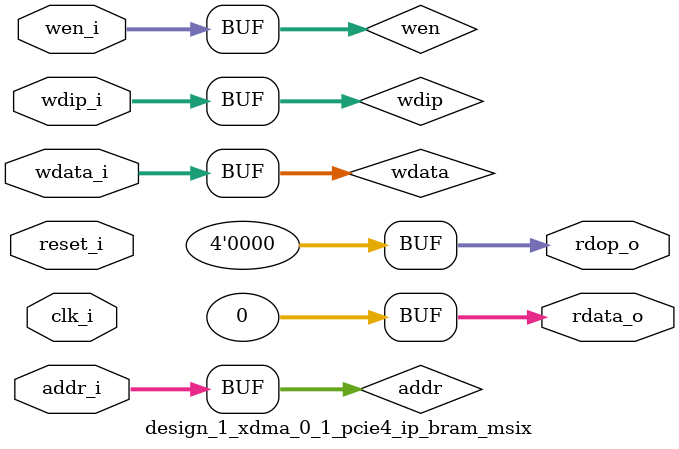
<source format=v>
`timescale 1ps/1ps

(* DowngradeIPIdentifiedWarnings = "yes" *)
module design_1_xdma_0_1_pcie4_ip_bram_msix #(

  parameter           TCQ = 100
, parameter           TO_RAM_PIPELINE="FALSE"
, parameter           FROM_RAM_PIPELINE="FALSE"
, parameter           MSIX_CAP_TABLE_SIZE=11'h0
, parameter           MSIX_TABLE_RAM_ENABLE="FALSE"

  ) (

  input  wire         clk_i,
  input  wire         reset_i,

  input  wire  [12:0] addr_i,
  input  wire  [31:0] wdata_i,
  input  wire   [3:0] wdip_i,
  input  wire   [3:0] wen_i,
  output wire  [31:0] rdata_o,
  output wire   [3:0] rdop_o

  );

  // WIP : Use Total number of functions (PFs + VFs) to calculate the NUM_BRAM_4K
  localparam integer NUM_BRAM_4K = (MSIX_TABLE_RAM_ENABLE == "TRUE") ? 8 : 0 ;
 

  reg          [12:0] addr;
  reg          [12:0] addr_p0;
  reg          [12:0] addr_p1;
  reg          [31:0] wdata;
  reg           [3:0] wdip;
  reg           [3:0] wen;
  reg          [31:0] reg_rdata;
  reg           [3:0] reg_rdop;
  wire         [31:0] rdata;
  wire          [3:0] rdop;
  genvar              i;
  wire    [(8*4)-1:0] bram_4k_wen;
  wire   [(8*32)-1:0] rdata_t;
  wire    [(8*4)-1:0] rdop_t;

  //
  // Optional input pipe stages
  //
  generate

    if (TO_RAM_PIPELINE == "TRUE") begin : TORAMPIPELINE

      always @(posedge clk_i) begin
     
        if (reset_i) begin

          addr <= #(TCQ) 13'b0;
          wdata <= #(TCQ) 32'b0;
          wdip <= #(TCQ) 4'b0;
          wen <= #(TCQ) 4'b0;

        end else begin

          addr <= #(TCQ) addr_i;
          wdata <= #(TCQ) wdata_i;
          wdip <= #(TCQ) wdip_i;
          wen <= #(TCQ) wen_i;

        end

      end

    end else begin : NOTORAMPIPELINE

      always @(*) begin

          addr = addr_i;
          wdata = wdata_i;
          wdip = wdip_i;
          wen = wen_i;

      end


    end

  endgenerate

  // 
  // Address pipeline
  //
  always @(posedge clk_i) begin
     
    if (reset_i) begin

      addr_p0 <= #(TCQ) 13'b0;
      addr_p1 <= #(TCQ) 13'b0;

    end else begin

      addr_p0 <= #(TCQ) addr;
      addr_p1 <= #(TCQ) addr_p0;

    end

  end

  //
  // Optional output pipe stages
  //
  generate

    if (FROM_RAM_PIPELINE == "TRUE") begin : FRMRAMPIPELINE


      always @(posedge clk_i) begin
     
        if (reset_i) begin

          reg_rdata <= #(TCQ) 32'b0;
          reg_rdop <= #(TCQ) 4'b0;

        end else begin

          case (addr_p1[12:10]) 
            3'b000 : begin
              reg_rdata <= #(TCQ) rdata_t[(32*(0))+31:(32*(0))+0];
              reg_rdop <= #(TCQ) rdop_t[(4*(0))+3:(4*(0))+0];
            end
            3'b001 : begin
              reg_rdata <= #(TCQ) rdata_t[(32*(1))+31:(32*(1))+0];
              reg_rdop <= #(TCQ) rdop_t[(4*(1))+3:(4*(1))+0];
            end
            3'b010 : begin
              reg_rdata <= #(TCQ) rdata_t[(32*(2))+31:(32*(2))+0];
              reg_rdop <= #(TCQ) rdop_t[(4*(2))+3:(4*(2))+0];
            end
            3'b011 : begin
              reg_rdata <= #(TCQ) rdata_t[(32*(3))+31:(32*(3))+0];
              reg_rdop <= #(TCQ) rdop_t[(4*(3))+3:(4*(3))+0];
            end
            3'b100 : begin
              reg_rdata <= #(TCQ) rdata_t[(32*(4))+31:(32*(4))+0];
              reg_rdop <= #(TCQ) rdop_t[(4*(4))+3:(4*(4))+0];
            end
            3'b101 : begin
              reg_rdata <= #(TCQ) rdata_t[(32*(5))+31:(32*(5))+0];
              reg_rdop <= #(TCQ) rdop_t[(4*(5))+3:(4*(5))+0];
            end
            3'b110 : begin
              reg_rdata <= #(TCQ) rdata_t[(32*(6))+31:(32*(6))+0];
              reg_rdop <= #(TCQ) rdop_t[(4*(6))+3:(4*(6))+0];
            end
            3'b111 : begin
              reg_rdata <= #(TCQ) rdata_t[(32*(7))+31:(32*(7))+0];
              reg_rdop <= #(TCQ) rdop_t[(4*(7))+3:(4*(7))+0];
            end
          endcase

        end

      end

    end else begin : NOFRMRAMPIPELINE

      always @(*) begin

          case (addr_p1[12:10]) 
            3'b000 : begin
              reg_rdata <= #(TCQ) rdata_t[(32*(0))+31:(32*(0))+0];
              reg_rdop <= #(TCQ) rdop_t[(4*(0))+3:(4*(0))+0];
            end
            3'b001 : begin
              reg_rdata <= #(TCQ) rdata_t[(32*(1))+31:(32*(1))+0];
              reg_rdop <= #(TCQ) rdop_t[(4*(1))+3:(4*(1))+0];
            end
            3'b010 : begin
              reg_rdata <= #(TCQ) rdata_t[(32*(2))+31:(32*(2))+0];
              reg_rdop <= #(TCQ) rdop_t[(4*(2))+3:(4*(2))+0];
            end
            3'b011 : begin
              reg_rdata <= #(TCQ) rdata_t[(32*(3))+31:(32*(3))+0];
              reg_rdop <= #(TCQ) rdop_t[(4*(3))+3:(4*(3))+0];
            end
            3'b100 : begin
              reg_rdata <= #(TCQ) rdata_t[(32*(4))+31:(32*(4))+0];
              reg_rdop <= #(TCQ) rdop_t[(4*(4))+3:(4*(4))+0];
            end
            3'b101 : begin
              reg_rdata <= #(TCQ) rdata_t[(32*(5))+31:(32*(5))+0];
              reg_rdop <= #(TCQ) rdop_t[(4*(5))+3:(4*(5))+0];
            end
            3'b110 : begin
              reg_rdata <= #(TCQ) rdata_t[(32*(6))+31:(32*(6))+0];
              reg_rdop <= #(TCQ) rdop_t[(4*(6))+3:(4*(6))+0];
            end
            3'b111 : begin
              reg_rdata <= #(TCQ) rdata_t[(32*(7))+31:(32*(7))+0];
              reg_rdop <= #(TCQ) rdop_t[(4*(7))+3:(4*(7))+0];
            end
          endcase

      end

    end
  
  endgenerate

  assign rdata_o = (MSIX_TABLE_RAM_ENABLE == "TRUE") ?  reg_rdata : 32'h0;
  assign rdop_o = (MSIX_TABLE_RAM_ENABLE == "TRUE") ? reg_rdop : 4'h0;

  generate 
  
    for (i=0; i<NUM_BRAM_4K; i=i+1) begin : BRAM4K

      design_1_xdma_0_1_pcie4_ip_bram_4k_int #(
          .TCQ(TCQ)
        )
        bram_4k_int (
    
          .clk_i (clk_i),
          .reset_i (reset_i),
    
          .addr_i(addr[9:0]),
          .wdata_i(wdata),
          .wdip_i(wdip),
          .wen_i(bram_4k_wen[(4*(i))+3:(4*(i))+0]),
          .rdata_o(rdata_t[(32*i)+31:(32*i)+0]),
          .rdop_o(rdop_t[(4*i)+3:(4*i)+0]),
          .baddr_i(10'b0),
          .brdata_o()

      );
      assign bram_4k_wen[(4*(i))+3:(4*(i))+0] = wen & {4{(i == addr[12:10])}};  
      
    end

  endgenerate

endmodule

</source>
